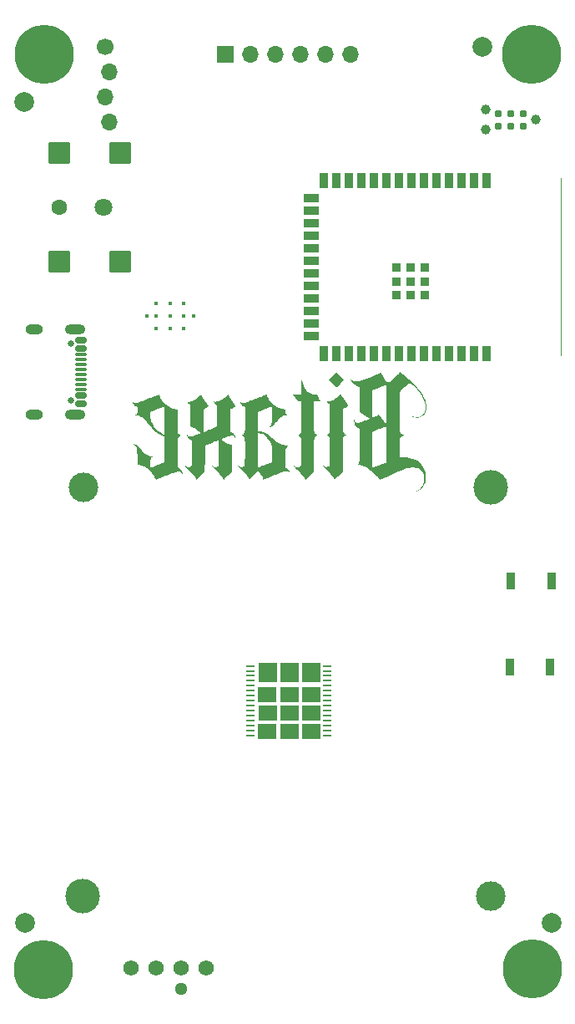
<source format=gbr>
%TF.GenerationSoftware,KiCad,Pcbnew,8.0.2*%
%TF.CreationDate,2024-07-03T14:27:07-04:00*%
%TF.ProjectId,bitaxeGamma,62697461-7865-4476-916d-6d612e6b6963,rev?*%
%TF.SameCoordinates,Original*%
%TF.FileFunction,Soldermask,Bot*%
%TF.FilePolarity,Negative*%
%FSLAX46Y46*%
G04 Gerber Fmt 4.6, Leading zero omitted, Abs format (unit mm)*
G04 Created by KiCad (PCBNEW 8.0.2) date 2024-07-03 14:27:07*
%MOMM*%
%LPD*%
G01*
G04 APERTURE LIST*
G04 Aperture macros list*
%AMRoundRect*
0 Rectangle with rounded corners*
0 $1 Rounding radius*
0 $2 $3 $4 $5 $6 $7 $8 $9 X,Y pos of 4 corners*
0 Add a 4 corners polygon primitive as box body*
4,1,4,$2,$3,$4,$5,$6,$7,$8,$9,$2,$3,0*
0 Add four circle primitives for the rounded corners*
1,1,$1+$1,$2,$3*
1,1,$1+$1,$4,$5*
1,1,$1+$1,$6,$7*
1,1,$1+$1,$8,$9*
0 Add four rect primitives between the rounded corners*
20,1,$1+$1,$2,$3,$4,$5,0*
20,1,$1+$1,$4,$5,$6,$7,0*
20,1,$1+$1,$6,$7,$8,$9,0*
20,1,$1+$1,$8,$9,$2,$3,0*%
G04 Aperture macros list end*
%ADD10C,0.120000*%
%ADD11C,0.000000*%
%ADD12RoundRect,0.055250X0.340750X0.055250X-0.340750X0.055250X-0.340750X-0.055250X0.340750X-0.055250X0*%
%ADD13C,3.000000*%
%ADD14C,0.800000*%
%ADD15C,6.000000*%
%ADD16R,1.700000X1.700000*%
%ADD17O,1.700000X1.700000*%
%ADD18C,3.500000*%
%ADD19C,0.400000*%
%ADD20C,1.295400*%
%ADD21C,1.574800*%
%ADD22C,1.700000*%
%ADD23C,2.000000*%
%ADD24C,0.650000*%
%ADD25RoundRect,0.150000X0.425000X-0.150000X0.425000X0.150000X-0.425000X0.150000X-0.425000X-0.150000X0*%
%ADD26RoundRect,0.075000X0.500000X-0.075000X0.500000X0.075000X-0.500000X0.075000X-0.500000X-0.075000X0*%
%ADD27O,1.800000X1.000000*%
%ADD28O,2.100000X1.000000*%
%ADD29R,0.900000X1.500000*%
%ADD30R,1.500000X0.900000*%
%ADD31R,0.900000X0.900000*%
%ADD32C,0.990600*%
%ADD33C,0.787400*%
%ADD34C,1.600000*%
%ADD35C,1.800000*%
%ADD36RoundRect,0.102000X1.000000X-1.000000X1.000000X1.000000X-1.000000X1.000000X-1.000000X-1.000000X0*%
%ADD37R,0.900000X1.800000*%
G04 APERTURE END LIST*
%TO.C,U8*%
D10*
X108720562Y-117056000D02*
X106940562Y-117056000D01*
X106940562Y-118496000D01*
X108720562Y-118496000D01*
X108720562Y-117056000D01*
G36*
X108720562Y-117056000D02*
G01*
X106940562Y-117056000D01*
X106940562Y-118496000D01*
X108720562Y-118496000D01*
X108720562Y-117056000D01*
G37*
X108710562Y-112746000D02*
X106930562Y-112746000D01*
X106930562Y-114626000D01*
X108710562Y-114626000D01*
X108710562Y-112746000D01*
G36*
X108710562Y-112746000D02*
G01*
X106930562Y-112746000D01*
X106930562Y-114626000D01*
X108710562Y-114626000D01*
X108710562Y-112746000D01*
G37*
X108710562Y-115216000D02*
X106930562Y-115216000D01*
X106930562Y-116656000D01*
X108710562Y-116656000D01*
X108710562Y-115216000D01*
G36*
X108710562Y-115216000D02*
G01*
X106930562Y-115216000D01*
X106930562Y-116656000D01*
X108710562Y-116656000D01*
X108710562Y-115216000D01*
G37*
X108710562Y-118926000D02*
X106930562Y-118926000D01*
X106930562Y-120366000D01*
X108710562Y-120366000D01*
X108710562Y-118926000D01*
G36*
X108710562Y-118926000D02*
G01*
X106930562Y-118926000D01*
X106930562Y-120366000D01*
X108710562Y-120366000D01*
X108710562Y-118926000D01*
G37*
X106510562Y-112736000D02*
X104730562Y-112736000D01*
X104730562Y-114606000D01*
X106510562Y-114606000D01*
X106510562Y-112736000D01*
G36*
X106510562Y-112736000D02*
G01*
X104730562Y-112736000D01*
X104730562Y-114606000D01*
X106510562Y-114606000D01*
X106510562Y-112736000D01*
G37*
X106510562Y-117046000D02*
X104730562Y-117046000D01*
X104730562Y-118486000D01*
X106510562Y-118486000D01*
X106510562Y-117046000D01*
G36*
X106510562Y-117046000D02*
G01*
X104730562Y-117046000D01*
X104730562Y-118486000D01*
X106510562Y-118486000D01*
X106510562Y-117046000D01*
G37*
X106500562Y-115206000D02*
X104720562Y-115206000D01*
X104720562Y-116646000D01*
X106500562Y-116646000D01*
X106500562Y-115206000D01*
G36*
X106500562Y-115206000D02*
G01*
X104720562Y-115206000D01*
X104720562Y-116646000D01*
X106500562Y-116646000D01*
X106500562Y-115206000D01*
G37*
X106500562Y-118916000D02*
X104720562Y-118916000D01*
X104720562Y-120356000D01*
X106500562Y-120356000D01*
X106500562Y-118916000D01*
G36*
X106500562Y-118916000D02*
G01*
X104720562Y-118916000D01*
X104720562Y-120356000D01*
X106500562Y-120356000D01*
X106500562Y-118916000D01*
G37*
X104300562Y-112726000D02*
X102520562Y-112726000D01*
X102520562Y-114596000D01*
X104300562Y-114596000D01*
X104300562Y-112726000D01*
G36*
X104300562Y-112726000D02*
G01*
X102520562Y-112726000D01*
X102520562Y-114596000D01*
X104300562Y-114596000D01*
X104300562Y-112726000D01*
G37*
X104300562Y-117046000D02*
X102520562Y-117046000D01*
X102520562Y-118486000D01*
X104300562Y-118486000D01*
X104300562Y-117046000D01*
G36*
X104300562Y-117046000D02*
G01*
X102520562Y-117046000D01*
X102520562Y-118486000D01*
X104300562Y-118486000D01*
X104300562Y-117046000D01*
G37*
X104290562Y-115206000D02*
X102510562Y-115206000D01*
X102510562Y-116646000D01*
X104290562Y-116646000D01*
X104290562Y-115206000D01*
G36*
X104290562Y-115206000D02*
G01*
X102510562Y-115206000D01*
X102510562Y-116646000D01*
X104290562Y-116646000D01*
X104290562Y-115206000D01*
G37*
X104290562Y-118916000D02*
X102510562Y-118916000D01*
X102510562Y-120356000D01*
X104290562Y-120356000D01*
X104290562Y-118916000D01*
G36*
X104290562Y-118916000D02*
G01*
X102510562Y-118916000D01*
X102510562Y-120356000D01*
X104290562Y-120356000D01*
X104290562Y-118916000D01*
G37*
%TO.C,U4*%
X133180000Y-81610000D02*
X133180000Y-63610000D01*
D11*
%TO.C,G\u002A\u002A\u002A*%
G36*
X110835225Y-83669191D02*
G01*
X111225774Y-84059740D01*
X110840646Y-84445290D01*
X110743775Y-84541920D01*
X110649131Y-84635592D01*
X110567917Y-84715197D01*
X110504115Y-84776859D01*
X110461707Y-84816699D01*
X110444677Y-84830841D01*
X110429633Y-84818501D01*
X110388808Y-84780268D01*
X110326321Y-84719953D01*
X110246154Y-84641434D01*
X110152289Y-84548587D01*
X110048708Y-84445290D01*
X109663579Y-84059740D01*
X110054128Y-83669191D01*
X110444677Y-83278642D01*
X110835225Y-83669191D01*
G37*
G36*
X106952962Y-84218195D02*
G01*
X107012788Y-84384727D01*
X107130174Y-84656382D01*
X107260097Y-84893409D01*
X107401616Y-85094547D01*
X107553792Y-85258537D01*
X107715685Y-85384116D01*
X107886356Y-85470027D01*
X107916657Y-85479077D01*
X107996489Y-85494470D01*
X108098933Y-85507422D01*
X108211773Y-85516200D01*
X108448024Y-85528872D01*
X108633717Y-85851383D01*
X108687239Y-85945026D01*
X108740061Y-86039000D01*
X108781920Y-86115205D01*
X108809482Y-86167559D01*
X108819410Y-86189981D01*
X108812654Y-86193248D01*
X108772106Y-86198329D01*
X108701063Y-86202393D01*
X108606604Y-86205090D01*
X108495806Y-86206067D01*
X108172203Y-86206067D01*
X108178046Y-87763614D01*
X108179056Y-88029567D01*
X108180108Y-88286071D01*
X108181182Y-88506491D01*
X108182369Y-88693760D01*
X108183761Y-88850811D01*
X108185446Y-88980576D01*
X108187518Y-89085988D01*
X108190065Y-89169980D01*
X108193180Y-89235484D01*
X108196952Y-89285434D01*
X108201474Y-89322762D01*
X108206835Y-89350400D01*
X108213126Y-89371282D01*
X108220439Y-89388341D01*
X108228864Y-89404508D01*
X108261787Y-89457864D01*
X108349332Y-89557893D01*
X108450475Y-89629877D01*
X108508694Y-89659932D01*
X108417585Y-89713326D01*
X108319765Y-89792653D01*
X108242377Y-89900266D01*
X108195128Y-90023485D01*
X108193591Y-90033321D01*
X108189824Y-90086905D01*
X108186397Y-90179408D01*
X108183334Y-90308844D01*
X108180661Y-90473224D01*
X108178401Y-90670562D01*
X108176578Y-90898870D01*
X108175218Y-91156162D01*
X108174344Y-91440449D01*
X108173980Y-91749745D01*
X108173471Y-93386531D01*
X107742630Y-93787538D01*
X107311790Y-94188545D01*
X107277386Y-94097910D01*
X107247290Y-94032073D01*
X107177868Y-93916154D01*
X107082976Y-93783702D01*
X106967059Y-93640128D01*
X106834561Y-93490847D01*
X106689927Y-93341272D01*
X106537600Y-93196816D01*
X106483754Y-93146978D01*
X106402109Y-93067371D01*
X106327474Y-92990122D01*
X106262576Y-92918696D01*
X106210143Y-92856560D01*
X106172904Y-92807181D01*
X106153586Y-92774024D01*
X106154918Y-92760556D01*
X106179628Y-92770243D01*
X106230444Y-92806551D01*
X106299366Y-92857410D01*
X106369454Y-92896819D01*
X106436950Y-92916253D01*
X106516137Y-92921454D01*
X106532152Y-92921097D01*
X106642284Y-92901731D01*
X106745371Y-92857661D01*
X106824867Y-92795630D01*
X106826684Y-92793536D01*
X106833773Y-92782700D01*
X106839814Y-92766544D01*
X106844873Y-92742039D01*
X106849018Y-92706155D01*
X106852314Y-92655863D01*
X106854829Y-92588133D01*
X106856628Y-92499937D01*
X106857778Y-92388244D01*
X106858346Y-92250025D01*
X106858398Y-92082251D01*
X106858000Y-91881892D01*
X106857219Y-91645920D01*
X106856122Y-91371304D01*
X106850337Y-89987937D01*
X106790861Y-89886750D01*
X106733692Y-89809469D01*
X106627929Y-89721251D01*
X106524473Y-89656939D01*
X106595168Y-89620671D01*
X106660367Y-89577358D01*
X106737556Y-89503287D01*
X106800898Y-89418954D01*
X106838416Y-89338263D01*
X106840403Y-89327806D01*
X106845101Y-89272011D01*
X106849184Y-89174805D01*
X106852651Y-89036374D01*
X106855498Y-88856905D01*
X106857723Y-88636583D01*
X106859323Y-88375593D01*
X106860296Y-88074124D01*
X106860639Y-87732359D01*
X106860755Y-86206067D01*
X106708307Y-86206067D01*
X106555859Y-86206067D01*
X106282673Y-85867470D01*
X106009487Y-85528872D01*
X106435121Y-85523240D01*
X106860755Y-85517608D01*
X106861024Y-84731444D01*
X106861292Y-83945279D01*
X106952962Y-84218195D01*
G37*
G36*
X110875684Y-85508401D02*
G01*
X110901173Y-85546235D01*
X110945271Y-85612062D01*
X111005209Y-85701741D01*
X111078222Y-85811131D01*
X111161542Y-85936090D01*
X111252402Y-86072478D01*
X111628268Y-86636921D01*
X111578013Y-86701135D01*
X111533263Y-86747758D01*
X111443903Y-86815237D01*
X111334780Y-86877924D01*
X111218190Y-86928062D01*
X111111453Y-86965971D01*
X111111453Y-88107771D01*
X111111446Y-88275760D01*
X111111559Y-88507622D01*
X111112114Y-88703489D01*
X111113445Y-88866832D01*
X111115885Y-89001120D01*
X111119767Y-89109823D01*
X111125425Y-89196412D01*
X111133192Y-89264355D01*
X111143400Y-89317123D01*
X111156384Y-89358185D01*
X111172477Y-89391011D01*
X111192011Y-89419071D01*
X111215321Y-89445835D01*
X111242739Y-89474772D01*
X111256864Y-89488805D01*
X111322178Y-89541654D01*
X111387734Y-89580913D01*
X111466066Y-89616790D01*
X111381498Y-89654924D01*
X111375494Y-89657712D01*
X111281872Y-89720387D01*
X111198671Y-89808646D01*
X111140101Y-89907615D01*
X111138050Y-89913353D01*
X111132956Y-89936914D01*
X111128511Y-89974168D01*
X111124674Y-90027659D01*
X111121401Y-90099929D01*
X111118649Y-90193524D01*
X111116374Y-90310985D01*
X111114534Y-90454858D01*
X111113085Y-90627686D01*
X111111983Y-90832012D01*
X111111187Y-91070380D01*
X111110652Y-91345334D01*
X111110335Y-91659417D01*
X111109217Y-93342654D01*
X110688391Y-93742728D01*
X110674494Y-93755934D01*
X110565705Y-93858938D01*
X110467267Y-93951493D01*
X110383136Y-94029930D01*
X110317265Y-94090579D01*
X110273609Y-94129771D01*
X110256123Y-94143836D01*
X110253726Y-94142893D01*
X110237968Y-94118544D01*
X110218096Y-94071351D01*
X110201334Y-94030446D01*
X110153397Y-93941437D01*
X110083781Y-93838666D01*
X109990413Y-93719559D01*
X109871219Y-93581541D01*
X109724123Y-93422036D01*
X109547051Y-93238470D01*
X109543132Y-93234475D01*
X109396872Y-93084228D01*
X109277197Y-92958886D01*
X109184596Y-92859026D01*
X109119552Y-92785223D01*
X109082554Y-92738053D01*
X109074086Y-92718092D01*
X109094636Y-92725916D01*
X109144690Y-92762100D01*
X109161332Y-92775007D01*
X109222126Y-92820072D01*
X109267670Y-92847117D01*
X109311821Y-92863145D01*
X109368432Y-92875156D01*
X109424247Y-92880245D01*
X109532354Y-92868158D01*
X109635541Y-92832791D01*
X109716601Y-92778902D01*
X109777901Y-92720173D01*
X109777784Y-91364474D01*
X109777450Y-91061641D01*
X109776407Y-90777058D01*
X109774652Y-90533703D01*
X109772182Y-90331350D01*
X109768993Y-90169770D01*
X109765081Y-90048738D01*
X109760444Y-89968026D01*
X109755076Y-89927406D01*
X109729641Y-89873164D01*
X109684106Y-89807892D01*
X109627056Y-89741021D01*
X109567001Y-89681715D01*
X109512452Y-89639140D01*
X109471918Y-89622460D01*
X109461738Y-89621456D01*
X109460241Y-89611288D01*
X109496605Y-89588775D01*
X109590651Y-89524440D01*
X109677420Y-89436473D01*
X109738314Y-89341998D01*
X109739156Y-89340168D01*
X109746794Y-89321373D01*
X109753334Y-89298885D01*
X109758862Y-89269539D01*
X109763465Y-89230169D01*
X109767229Y-89177612D01*
X109770239Y-89108701D01*
X109772582Y-89020272D01*
X109774344Y-88909160D01*
X109775610Y-88772200D01*
X109776467Y-88606226D01*
X109777001Y-88408073D01*
X109777298Y-88174578D01*
X109777443Y-87902574D01*
X109777901Y-86546497D01*
X109723429Y-86517344D01*
X109717003Y-86513566D01*
X109670874Y-86477206D01*
X109611948Y-86421367D01*
X109551012Y-86357292D01*
X109498855Y-86296221D01*
X109466268Y-86249396D01*
X109462396Y-86239552D01*
X109467939Y-86227474D01*
X109494743Y-86220368D01*
X109549610Y-86216913D01*
X109639339Y-86215787D01*
X109644743Y-86215764D01*
X109745420Y-86213103D01*
X109821565Y-86204306D01*
X109889472Y-86186406D01*
X109965431Y-86156439D01*
X110083913Y-86098122D01*
X110261573Y-85989272D01*
X110451696Y-85850389D01*
X110649303Y-85684906D01*
X110675153Y-85662002D01*
X110750198Y-85596617D01*
X110811604Y-85544759D01*
X110853607Y-85511228D01*
X110870442Y-85500822D01*
X110875684Y-85508401D01*
G37*
G36*
X94321726Y-88203688D02*
G01*
X94327450Y-89345307D01*
X94390708Y-89447836D01*
X94449755Y-89524977D01*
X94562645Y-89615543D01*
X94671323Y-89680721D01*
X94606011Y-89707774D01*
X94543402Y-89739855D01*
X94442182Y-89826730D01*
X94366349Y-89945412D01*
X94317438Y-90050447D01*
X94317235Y-91492995D01*
X94317031Y-92935544D01*
X94374332Y-92949316D01*
X94504813Y-92999651D01*
X94623731Y-93085425D01*
X94720321Y-93199404D01*
X94789662Y-93335721D01*
X94826830Y-93488511D01*
X94839564Y-93592695D01*
X94798954Y-93519767D01*
X94767864Y-93468659D01*
X94696223Y-93385706D01*
X94612548Y-93336540D01*
X94509179Y-93315767D01*
X94396328Y-93317778D01*
X94279739Y-93339423D01*
X94277012Y-93340249D01*
X94230067Y-93356189D01*
X94151537Y-93384567D01*
X94045832Y-93423686D01*
X93917364Y-93471846D01*
X93770541Y-93527347D01*
X93609773Y-93588491D01*
X93439472Y-93653579D01*
X93264047Y-93720910D01*
X93087908Y-93788787D01*
X92915465Y-93855510D01*
X92751128Y-93919380D01*
X92599308Y-93978697D01*
X92464414Y-94031763D01*
X92350857Y-94076879D01*
X92263046Y-94112345D01*
X92205393Y-94136462D01*
X92182306Y-94147531D01*
X92156950Y-94162429D01*
X92123410Y-94161789D01*
X92108335Y-94137849D01*
X92107708Y-94130648D01*
X92092011Y-94080784D01*
X92058316Y-94005401D01*
X92010789Y-93911903D01*
X91953592Y-93807696D01*
X91890888Y-93700184D01*
X91826843Y-93596772D01*
X91765618Y-93504865D01*
X91711378Y-93431868D01*
X91633746Y-93341345D01*
X91428675Y-93144290D01*
X91199837Y-92976294D01*
X90952588Y-92840495D01*
X90692285Y-92740029D01*
X90424283Y-92678034D01*
X90264283Y-92653320D01*
X90251592Y-91883221D01*
X90250405Y-91812732D01*
X90246370Y-91603183D01*
X90241813Y-91429431D01*
X90236204Y-91286956D01*
X90229012Y-91171235D01*
X90219709Y-91077750D01*
X90207764Y-91001978D01*
X90192648Y-90939400D01*
X90173831Y-90885494D01*
X90150784Y-90835740D01*
X90122975Y-90785617D01*
X90120847Y-90782042D01*
X90055158Y-90699440D01*
X89968535Y-90624924D01*
X89878803Y-90573944D01*
X89873811Y-90570360D01*
X89893019Y-90568784D01*
X89941313Y-90573315D01*
X90042375Y-90597494D01*
X90160102Y-90644707D01*
X90275032Y-90706919D01*
X90371015Y-90776491D01*
X90398820Y-90803695D01*
X90454315Y-90864996D01*
X90523987Y-90947126D01*
X90601656Y-91042752D01*
X90681141Y-91144537D01*
X90734840Y-91213508D01*
X90818912Y-91317242D01*
X90899591Y-91412229D01*
X90969785Y-91490190D01*
X91022398Y-91542845D01*
X91062638Y-91577211D01*
X91215232Y-91682141D01*
X91381116Y-91762486D01*
X91549910Y-91813887D01*
X91711234Y-91831990D01*
X91805458Y-91831990D01*
X91727919Y-91884679D01*
X91726511Y-91885637D01*
X91680191Y-91919536D01*
X91644507Y-91954123D01*
X91617967Y-91995254D01*
X91599082Y-92048782D01*
X91586361Y-92120563D01*
X91578314Y-92216452D01*
X91573451Y-92342305D01*
X91570280Y-92503975D01*
X91570271Y-92504579D01*
X91568454Y-92654882D01*
X91568425Y-92767967D01*
X91570389Y-92848244D01*
X91574549Y-92900125D01*
X91581111Y-92928019D01*
X91590277Y-92936337D01*
X91591076Y-92936279D01*
X91620124Y-92927830D01*
X91682001Y-92906515D01*
X91771195Y-92874430D01*
X91882191Y-92833666D01*
X92009476Y-92786318D01*
X92147538Y-92734478D01*
X92290864Y-92680241D01*
X92433940Y-92625699D01*
X92571254Y-92572945D01*
X92697292Y-92524073D01*
X92806541Y-92481175D01*
X92893488Y-92446347D01*
X92952621Y-92421679D01*
X92978425Y-92409267D01*
X92980554Y-92406582D01*
X92985763Y-92388149D01*
X92990120Y-92351420D01*
X92993668Y-92293796D01*
X92996447Y-92212681D01*
X92998497Y-92105477D01*
X92999861Y-91969587D01*
X93000578Y-91802416D01*
X93000690Y-91601364D01*
X93000238Y-91363836D01*
X92999262Y-91087234D01*
X92993897Y-89785247D01*
X92845552Y-89747576D01*
X92795197Y-89733623D01*
X92584188Y-89650458D01*
X92373511Y-89528486D01*
X92166508Y-89369879D01*
X91966522Y-89176806D01*
X91954304Y-89163562D01*
X91894802Y-89097043D01*
X91816697Y-89007551D01*
X91726200Y-88902295D01*
X91629520Y-88788485D01*
X91532865Y-88673329D01*
X91411974Y-88529984D01*
X91249584Y-88344170D01*
X91104594Y-88187826D01*
X90973619Y-88057822D01*
X90853274Y-87951029D01*
X90740175Y-87864315D01*
X90630938Y-87794552D01*
X90522177Y-87738608D01*
X90514875Y-87735308D01*
X90404294Y-87692014D01*
X90286919Y-87656257D01*
X90177336Y-87631939D01*
X90090130Y-87622966D01*
X90018498Y-87622966D01*
X90056588Y-87597653D01*
X91567307Y-87597653D01*
X91567708Y-87650108D01*
X91576720Y-87862890D01*
X91599702Y-88047668D01*
X91639589Y-88214539D01*
X91699311Y-88373600D01*
X91781803Y-88534948D01*
X91889995Y-88708680D01*
X91917006Y-88748242D01*
X92050892Y-88921724D01*
X92203075Y-89088150D01*
X92366516Y-89241311D01*
X92534179Y-89374999D01*
X92699026Y-89483007D01*
X92854021Y-89559125D01*
X92900901Y-89576869D01*
X92955065Y-89595307D01*
X92984250Y-89602457D01*
X92987222Y-89592193D01*
X92991070Y-89543051D01*
X92994468Y-89454586D01*
X92997396Y-89328175D01*
X92999836Y-89165195D01*
X93001767Y-88967024D01*
X93003170Y-88735040D01*
X93004026Y-88470619D01*
X93004316Y-88175140D01*
X93004259Y-88026074D01*
X93003937Y-87793751D01*
X93003352Y-87576138D01*
X93002527Y-87376604D01*
X93001489Y-87198520D01*
X93000260Y-87045257D01*
X92998866Y-86920185D01*
X92997331Y-86826675D01*
X92995680Y-86768097D01*
X92993937Y-86747822D01*
X92991503Y-86748422D01*
X92959821Y-86759684D01*
X92896275Y-86783599D01*
X92806237Y-86818064D01*
X92695077Y-86860979D01*
X92568166Y-86910239D01*
X92430874Y-86963742D01*
X92288571Y-87019386D01*
X92146628Y-87075069D01*
X92010417Y-87128688D01*
X91885306Y-87178140D01*
X91776668Y-87221323D01*
X91689872Y-87256135D01*
X91630289Y-87280473D01*
X91603290Y-87292234D01*
X91594124Y-87298428D01*
X91582050Y-87315882D01*
X91574136Y-87347708D01*
X91569576Y-87400731D01*
X91567568Y-87481772D01*
X91567307Y-87597653D01*
X90056588Y-87597653D01*
X90089298Y-87575915D01*
X90109228Y-87560563D01*
X90163325Y-87502836D01*
X90206982Y-87436061D01*
X90217845Y-87413574D01*
X90233814Y-87371933D01*
X90244274Y-87324765D01*
X90250353Y-87263036D01*
X90253174Y-87177714D01*
X90253865Y-87059764D01*
X90253865Y-86776270D01*
X90143230Y-86741395D01*
X90058403Y-86706242D01*
X89939051Y-86622638D01*
X89843108Y-86510508D01*
X89775444Y-86376095D01*
X89740927Y-86225641D01*
X89729100Y-86112301D01*
X89775716Y-86202561D01*
X89838802Y-86289077D01*
X89932429Y-86361967D01*
X90039340Y-86403558D01*
X90070304Y-86406574D01*
X90146405Y-86401553D01*
X90233759Y-86384628D01*
X90243350Y-86381914D01*
X90296052Y-86364473D01*
X90379854Y-86334744D01*
X90490374Y-86294407D01*
X90623228Y-86245146D01*
X90774034Y-86188642D01*
X90938409Y-86126576D01*
X91111969Y-86060630D01*
X91290333Y-85992487D01*
X91469118Y-85923827D01*
X91643940Y-85856333D01*
X91810416Y-85791686D01*
X91964165Y-85731569D01*
X92100803Y-85677662D01*
X92215947Y-85631648D01*
X92305215Y-85595208D01*
X92364223Y-85570025D01*
X92388590Y-85557779D01*
X92414471Y-85541528D01*
X92448806Y-85549415D01*
X92472066Y-85595165D01*
X92475889Y-85607757D01*
X92497208Y-85662159D01*
X92530356Y-85736720D01*
X92569968Y-85819160D01*
X92595756Y-85869606D01*
X92758633Y-86140535D01*
X92945653Y-86377530D01*
X93156687Y-86580498D01*
X93391607Y-86749341D01*
X93650281Y-86883965D01*
X93932582Y-86984274D01*
X94238379Y-87050172D01*
X94316002Y-87062069D01*
X94321583Y-88175140D01*
X94321726Y-88203688D01*
G37*
G36*
X105245907Y-92057041D02*
G01*
X105245907Y-92917613D01*
X105370928Y-92967812D01*
X105430008Y-92995089D01*
X105554364Y-93083226D01*
X105649593Y-93200838D01*
X105714408Y-93346505D01*
X105734620Y-93417897D01*
X105750000Y-93484787D01*
X105755573Y-93527171D01*
X105753328Y-93550543D01*
X105743744Y-93547509D01*
X105721785Y-93509348D01*
X105693905Y-93462287D01*
X105611304Y-93368746D01*
X105512841Y-93310573D01*
X105402588Y-93290562D01*
X105354520Y-93295517D01*
X105280084Y-93309868D01*
X105198761Y-93330325D01*
X105196858Y-93330871D01*
X105147588Y-93346997D01*
X105066904Y-93375570D01*
X104959208Y-93414896D01*
X104828901Y-93463281D01*
X104680384Y-93519031D01*
X104518060Y-93580452D01*
X104346329Y-93645850D01*
X104169594Y-93713530D01*
X103992255Y-93781799D01*
X103818714Y-93848961D01*
X103653373Y-93913324D01*
X103500633Y-93973193D01*
X103364896Y-94026874D01*
X103250563Y-94072673D01*
X103162036Y-94108895D01*
X103103716Y-94133846D01*
X103080005Y-94145833D01*
X103066191Y-94157840D01*
X103049936Y-94160477D01*
X103033194Y-94141356D01*
X103011533Y-94094620D01*
X102980518Y-94014414D01*
X102957215Y-93956363D01*
X102865871Y-93771175D01*
X102749948Y-93583181D01*
X102617823Y-93406421D01*
X102498437Y-93261820D01*
X102054938Y-93718972D01*
X102010996Y-93764104D01*
X101902447Y-93874102D01*
X101806275Y-93969421D01*
X101725747Y-94046955D01*
X101664126Y-94103597D01*
X101624678Y-94136240D01*
X101610667Y-94141776D01*
X101610188Y-94135996D01*
X101594021Y-94084945D01*
X101558675Y-94011146D01*
X101509185Y-93923607D01*
X101450586Y-93831333D01*
X101387913Y-93743331D01*
X101356524Y-93704912D01*
X101294815Y-93634712D01*
X101213091Y-93545222D01*
X101116602Y-93442104D01*
X101010600Y-93331021D01*
X100900335Y-93217634D01*
X100861484Y-93178017D01*
X100728732Y-93041405D01*
X100625077Y-92932341D01*
X100549720Y-92849813D01*
X100501860Y-92792811D01*
X100480696Y-92760325D01*
X100485428Y-92751343D01*
X100515255Y-92764856D01*
X100569376Y-92799853D01*
X100621986Y-92833797D01*
X100684304Y-92868648D01*
X100728345Y-92887115D01*
X100754000Y-92891983D01*
X100854280Y-92890795D01*
X100963060Y-92865032D01*
X101063798Y-92818099D01*
X101161904Y-92757447D01*
X101167267Y-91417164D01*
X101167527Y-91347696D01*
X101168186Y-91059654D01*
X101168058Y-90802734D01*
X101167160Y-90578444D01*
X101165509Y-90388289D01*
X101163121Y-90233776D01*
X101160012Y-90116412D01*
X101156200Y-90037703D01*
X101151701Y-89999156D01*
X101146978Y-89983090D01*
X101093056Y-89872002D01*
X101011135Y-89775451D01*
X100912147Y-89706778D01*
X100814920Y-89659712D01*
X100895809Y-89623496D01*
X100952938Y-89589809D01*
X101035424Y-89515822D01*
X101065003Y-89477437D01*
X102485038Y-89477437D01*
X102485038Y-91206887D01*
X102485101Y-91363235D01*
X102485493Y-91620762D01*
X102486217Y-91864144D01*
X102487246Y-92090323D01*
X102488553Y-92296239D01*
X102490109Y-92478834D01*
X102491887Y-92635049D01*
X102493859Y-92761825D01*
X102495998Y-92856105D01*
X102498276Y-92914828D01*
X102500665Y-92934936D01*
X102519082Y-92928771D01*
X102572479Y-92909080D01*
X102656175Y-92877532D01*
X102765668Y-92835843D01*
X102896456Y-92785727D01*
X103044036Y-92728899D01*
X103203906Y-92667074D01*
X103891518Y-92400612D01*
X103896970Y-91570235D01*
X103898110Y-91398476D01*
X103899062Y-91211383D01*
X103898896Y-91057340D01*
X103897027Y-90931497D01*
X103892866Y-90829007D01*
X103885829Y-90745021D01*
X103875328Y-90674692D01*
X103860777Y-90613171D01*
X103841589Y-90555610D01*
X103817178Y-90497162D01*
X103786957Y-90432977D01*
X103750340Y-90358209D01*
X103710480Y-90281669D01*
X103588173Y-90089899D01*
X103445758Y-89917878D01*
X103287874Y-89769139D01*
X103119161Y-89647217D01*
X102944256Y-89555645D01*
X102767800Y-89497956D01*
X102594431Y-89477684D01*
X102485038Y-89477437D01*
X101065003Y-89477437D01*
X101104781Y-89425817D01*
X101148140Y-89334529D01*
X101150874Y-89322142D01*
X101156156Y-89274719D01*
X101160633Y-89197578D01*
X101164335Y-89089011D01*
X101167294Y-88947312D01*
X101169541Y-88770773D01*
X101171107Y-88557687D01*
X101172024Y-88306346D01*
X101172322Y-88015043D01*
X101172322Y-86776270D01*
X101061688Y-86741395D01*
X100976861Y-86706242D01*
X100857509Y-86622638D01*
X100761566Y-86510508D01*
X100693901Y-86376095D01*
X100659385Y-86225641D01*
X100647558Y-86112301D01*
X100694174Y-86202561D01*
X100757393Y-86289208D01*
X100850913Y-86361994D01*
X100957591Y-86403513D01*
X100983192Y-86406375D01*
X101061203Y-86401151D01*
X101155540Y-86381207D01*
X101170133Y-86376746D01*
X101228147Y-86356820D01*
X101318109Y-86324409D01*
X101435294Y-86281315D01*
X101574974Y-86229342D01*
X101732423Y-86170292D01*
X101902914Y-86105966D01*
X102081721Y-86038168D01*
X102264115Y-85968700D01*
X102445372Y-85899364D01*
X102620763Y-85831963D01*
X102785563Y-85768298D01*
X102935043Y-85710173D01*
X103064479Y-85659390D01*
X103169142Y-85617751D01*
X103244306Y-85587059D01*
X103285245Y-85569115D01*
X103316302Y-85554335D01*
X103356014Y-85542142D01*
X103376900Y-85554798D01*
X103390524Y-85595165D01*
X103408235Y-85646507D01*
X103445078Y-85729953D01*
X103494694Y-85830182D01*
X103551983Y-85937350D01*
X103611849Y-86041616D01*
X103669192Y-86133138D01*
X103677407Y-86145375D01*
X103819863Y-86327650D01*
X103991568Y-86501823D01*
X104182778Y-86659787D01*
X104383750Y-86793439D01*
X104584739Y-86894673D01*
X104686352Y-86932559D01*
X104838590Y-86979085D01*
X105001368Y-87019755D01*
X105157351Y-87049874D01*
X105235489Y-87062262D01*
X105235832Y-87212384D01*
X105238365Y-87275518D01*
X105263321Y-87400449D01*
X105316628Y-87498900D01*
X105400372Y-87575467D01*
X105470856Y-87622966D01*
X105389637Y-87623274D01*
X105342452Y-87626378D01*
X105260955Y-87637788D01*
X105176626Y-87654651D01*
X105168801Y-87656518D01*
X105045374Y-87693013D01*
X104931246Y-87742438D01*
X104821443Y-87808680D01*
X104710993Y-87895628D01*
X104594922Y-88007171D01*
X104468254Y-88147195D01*
X104326018Y-88319590D01*
X104282507Y-88373427D01*
X104152540Y-88524765D01*
X104035793Y-88643604D01*
X103927727Y-88733388D01*
X103823802Y-88797564D01*
X103719480Y-88839575D01*
X103610222Y-88862866D01*
X103516457Y-88875353D01*
X103578967Y-88840531D01*
X103614314Y-88819059D01*
X103722445Y-88727057D01*
X103801212Y-88615712D01*
X103817538Y-88582297D01*
X103839986Y-88527551D01*
X103858492Y-88466967D01*
X103873521Y-88396066D01*
X103885538Y-88310368D01*
X103895008Y-88205395D01*
X103902396Y-88076666D01*
X103908168Y-87919703D01*
X103912789Y-87730026D01*
X103916722Y-87503155D01*
X103918938Y-87331049D01*
X103920220Y-87172141D01*
X103920579Y-87031738D01*
X103920037Y-86914473D01*
X103918615Y-86824977D01*
X103916334Y-86767883D01*
X103913217Y-86747822D01*
X103911509Y-86748169D01*
X103881561Y-86758513D01*
X103819409Y-86781673D01*
X103730439Y-86815544D01*
X103620033Y-86858017D01*
X103493574Y-86906988D01*
X103356446Y-86960350D01*
X103214031Y-87015995D01*
X103071713Y-87071817D01*
X102934875Y-87125710D01*
X102808900Y-87175568D01*
X102699172Y-87219283D01*
X102611073Y-87254749D01*
X102549987Y-87279860D01*
X102521297Y-87292509D01*
X102520880Y-87292735D01*
X102512403Y-87299608D01*
X102505397Y-87312441D01*
X102499752Y-87334805D01*
X102495353Y-87370271D01*
X102492090Y-87422410D01*
X102489848Y-87494794D01*
X102488517Y-87590994D01*
X102487983Y-87714581D01*
X102488134Y-87869126D01*
X102488858Y-88058200D01*
X102490041Y-88285376D01*
X102495456Y-89258651D01*
X102682987Y-89271588D01*
X102787792Y-89282177D01*
X102905062Y-89304056D01*
X103019997Y-89338459D01*
X103137092Y-89387853D01*
X103260844Y-89454704D01*
X103395750Y-89541480D01*
X103546306Y-89650647D01*
X103717009Y-89784672D01*
X103912355Y-89946021D01*
X104063378Y-90070861D01*
X104258942Y-90224002D01*
X104436714Y-90350755D01*
X104602421Y-90453993D01*
X104761789Y-90536591D01*
X104920541Y-90601423D01*
X105084404Y-90651362D01*
X105259103Y-90689283D01*
X105450363Y-90718060D01*
X105550635Y-90730584D01*
X105464210Y-90824345D01*
X105416622Y-90883718D01*
X105359239Y-90970458D01*
X105311846Y-91057287D01*
X105245907Y-91196469D01*
X105245907Y-91211383D01*
X105245907Y-92057041D01*
G37*
G36*
X96706501Y-85545981D02*
G01*
X96733746Y-85582419D01*
X96779421Y-85646962D01*
X96840714Y-85735534D01*
X96914811Y-85844058D01*
X96998900Y-85968457D01*
X97090168Y-86104653D01*
X97097526Y-86115680D01*
X97199815Y-86269346D01*
X97281048Y-86392518D01*
X97343387Y-86488969D01*
X97388996Y-86562474D01*
X97420041Y-86616805D01*
X97438685Y-86655736D01*
X97447092Y-86683040D01*
X97447426Y-86702490D01*
X97441852Y-86717861D01*
X97403760Y-86765286D01*
X97336242Y-86823661D01*
X97250643Y-86883879D01*
X97157364Y-86938652D01*
X97066802Y-86980692D01*
X96942462Y-87028906D01*
X96942462Y-88190661D01*
X96942504Y-88337706D01*
X96942711Y-88545010D01*
X96943077Y-88736786D01*
X96943586Y-88909299D01*
X96944219Y-89058812D01*
X96944961Y-89181593D01*
X96945795Y-89273905D01*
X96946704Y-89332013D01*
X96947671Y-89352183D01*
X96947698Y-89352180D01*
X96968225Y-89344530D01*
X97023120Y-89323347D01*
X97108047Y-89290323D01*
X97218668Y-89247151D01*
X97350647Y-89195523D01*
X97499647Y-89137132D01*
X97661330Y-89073671D01*
X98369779Y-88795393D01*
X98362012Y-87708027D01*
X98354244Y-86620662D01*
X98177209Y-86443627D01*
X98175209Y-86441626D01*
X98107799Y-86372952D01*
X98053813Y-86315646D01*
X98018693Y-86275644D01*
X98007881Y-86258886D01*
X98016822Y-86257395D01*
X98057030Y-86260608D01*
X98116841Y-86270096D01*
X98188347Y-86277931D01*
X98338102Y-86265427D01*
X98503088Y-86218008D01*
X98680623Y-86136997D01*
X98868029Y-86023716D01*
X99062626Y-85879484D01*
X99261732Y-85705624D01*
X99334897Y-85639603D01*
X99396864Y-85588785D01*
X99441359Y-85558013D01*
X99462319Y-85551933D01*
X99463756Y-85553759D01*
X99483075Y-85581451D01*
X99521185Y-85637535D01*
X99574657Y-85716869D01*
X99640060Y-85814309D01*
X99713966Y-85924713D01*
X99792943Y-86042938D01*
X99873563Y-86163841D01*
X99952394Y-86282279D01*
X100026007Y-86393110D01*
X100090971Y-86491190D01*
X100143858Y-86571378D01*
X100181237Y-86628529D01*
X100199677Y-86657502D01*
X100202687Y-86677535D01*
X100181029Y-86721509D01*
X100132175Y-86775372D01*
X100062480Y-86833989D01*
X99978298Y-86892226D01*
X99885982Y-86944948D01*
X99791888Y-86987021D01*
X99692913Y-87024362D01*
X99692913Y-88177971D01*
X99692913Y-88202922D01*
X99692989Y-88447975D01*
X99693264Y-88654867D01*
X99693841Y-88826811D01*
X99694822Y-88967021D01*
X99696308Y-89078709D01*
X99698400Y-89165087D01*
X99701201Y-89229369D01*
X99704811Y-89274768D01*
X99709332Y-89304496D01*
X99714866Y-89321766D01*
X99721514Y-89329790D01*
X99729377Y-89331783D01*
X99758104Y-89335512D01*
X99830765Y-89361581D01*
X99912972Y-89406164D01*
X99991721Y-89461696D01*
X100054008Y-89520613D01*
X100062167Y-89530468D01*
X100125193Y-89629410D01*
X100172661Y-89744429D01*
X100175591Y-89753963D01*
X100202672Y-89850092D01*
X100213384Y-89908414D01*
X100207608Y-89929456D01*
X100185224Y-89913747D01*
X100146112Y-89861816D01*
X100099776Y-89801503D01*
X100017517Y-89730768D01*
X99923233Y-89694737D01*
X99811097Y-89691652D01*
X99675283Y-89719754D01*
X99658101Y-89724970D01*
X99592826Y-89746835D01*
X99504354Y-89778285D01*
X99399613Y-89816671D01*
X99285531Y-89859345D01*
X99169038Y-89903657D01*
X99057061Y-89946958D01*
X98956530Y-89986601D01*
X98874373Y-90019936D01*
X98817519Y-90044314D01*
X98792896Y-90057087D01*
X98794223Y-90064982D01*
X98820552Y-90093977D01*
X98871986Y-90138478D01*
X98942306Y-90193903D01*
X99025294Y-90255672D01*
X99114729Y-90319201D01*
X99204392Y-90379909D01*
X99288064Y-90433214D01*
X99359525Y-90474534D01*
X99365144Y-90477509D01*
X99462868Y-90523448D01*
X99569044Y-90565033D01*
X99661658Y-90593591D01*
X99666067Y-90594667D01*
X99741312Y-90613106D01*
X99801360Y-90627954D01*
X99833561Y-90636083D01*
X99836707Y-90639436D01*
X99841704Y-90658717D01*
X99845973Y-90697180D01*
X99849559Y-90757325D01*
X99852512Y-90841650D01*
X99854880Y-90952654D01*
X99856709Y-91092836D01*
X99858049Y-91264694D01*
X99858946Y-91470729D01*
X99859450Y-91713438D01*
X99859607Y-91995320D01*
X99859607Y-93347654D01*
X99427244Y-93755422D01*
X99404238Y-93777116D01*
X99294849Y-93880180D01*
X99196559Y-93972643D01*
X99113209Y-94050904D01*
X99048639Y-94111360D01*
X99006690Y-94150408D01*
X98991200Y-94164448D01*
X98983944Y-94152795D01*
X98963748Y-94112367D01*
X98935831Y-94052805D01*
X98927664Y-94035265D01*
X98883562Y-93950046D01*
X98830779Y-93864455D01*
X98765619Y-93773887D01*
X98684386Y-93673735D01*
X98583382Y-93559395D01*
X98458911Y-93426260D01*
X98307276Y-93269726D01*
X98305399Y-93267810D01*
X98157582Y-93115980D01*
X98038670Y-92991444D01*
X97947409Y-92892768D01*
X97882544Y-92818517D01*
X97842823Y-92767257D01*
X97826990Y-92737553D01*
X97833794Y-92727970D01*
X97857596Y-92740102D01*
X97892514Y-92772586D01*
X97916248Y-92795183D01*
X97994394Y-92844432D01*
X98087213Y-92880163D01*
X98175683Y-92894206D01*
X98247284Y-92888511D01*
X98343301Y-92858010D01*
X98447917Y-92796900D01*
X98526055Y-92743139D01*
X98526055Y-91452690D01*
X98526019Y-91221891D01*
X98525836Y-90991437D01*
X98525421Y-90797043D01*
X98524687Y-90635699D01*
X98523549Y-90504396D01*
X98521921Y-90400123D01*
X98519717Y-90319872D01*
X98516852Y-90260631D01*
X98513238Y-90219392D01*
X98508791Y-90193146D01*
X98503425Y-90178881D01*
X98497053Y-90173589D01*
X98489591Y-90174259D01*
X98471920Y-90180672D01*
X98417968Y-90200893D01*
X98333520Y-90232837D01*
X98223354Y-90274688D01*
X98092251Y-90324627D01*
X97944990Y-90380840D01*
X97786350Y-90441511D01*
X97119574Y-90696744D01*
X97109156Y-92030574D01*
X97098737Y-93364404D01*
X96673016Y-93762351D01*
X96247294Y-94160299D01*
X96170263Y-94006964D01*
X96142674Y-93954637D01*
X96093816Y-93872976D01*
X96034864Y-93787659D01*
X95962404Y-93694573D01*
X95873024Y-93589607D01*
X95763314Y-93468650D01*
X95629859Y-93327592D01*
X95469249Y-93162319D01*
X95374914Y-93065374D01*
X95281923Y-92968131D01*
X95202872Y-92883678D01*
X95141624Y-92816203D01*
X95102043Y-92769895D01*
X95087991Y-92748941D01*
X95090868Y-92744264D01*
X95115019Y-92752041D01*
X95155710Y-92781367D01*
X95165367Y-92789255D01*
X95229267Y-92833723D01*
X95290480Y-92866566D01*
X95316736Y-92876166D01*
X95430229Y-92892950D01*
X95549155Y-92878166D01*
X95660118Y-92834757D01*
X95749721Y-92765667D01*
X95796766Y-92714519D01*
X95791394Y-91446728D01*
X95786022Y-90178937D01*
X95692257Y-90148066D01*
X95630330Y-90124001D01*
X95501543Y-90046464D01*
X95397330Y-89943431D01*
X95323210Y-89821157D01*
X95284699Y-89685901D01*
X95281411Y-89662346D01*
X95271258Y-89596642D01*
X95262743Y-89550365D01*
X95263870Y-89541935D01*
X95278975Y-89560050D01*
X95305553Y-89605670D01*
X95324570Y-89638094D01*
X95370170Y-89701605D01*
X95413066Y-89746248D01*
X95430694Y-89758928D01*
X95514043Y-89799520D01*
X95605620Y-89821644D01*
X95686267Y-89820117D01*
X95709181Y-89813143D01*
X95766534Y-89793254D01*
X95849794Y-89763222D01*
X95952460Y-89725498D01*
X96068028Y-89682535D01*
X96189997Y-89636783D01*
X96311864Y-89590693D01*
X96427125Y-89546717D01*
X96529280Y-89507305D01*
X96611824Y-89474909D01*
X96668255Y-89451981D01*
X96692072Y-89440971D01*
X96687231Y-89429777D01*
X96658014Y-89398671D01*
X96610349Y-89356238D01*
X96489318Y-89256395D01*
X96336170Y-89135564D01*
X96203754Y-89039220D01*
X96087095Y-88964239D01*
X95981218Y-88907500D01*
X95881149Y-88865880D01*
X95781913Y-88836256D01*
X95636105Y-88800461D01*
X95624307Y-87697840D01*
X95621954Y-87482338D01*
X95619482Y-87273333D01*
X95617086Y-87099696D01*
X95614616Y-86958072D01*
X95611923Y-86845104D01*
X95608856Y-86757438D01*
X95605267Y-86691718D01*
X95601005Y-86644589D01*
X95595922Y-86612695D01*
X95589867Y-86592680D01*
X95582692Y-86581189D01*
X95574245Y-86574866D01*
X95550190Y-86558265D01*
X95498780Y-86513511D01*
X95437647Y-86453974D01*
X95376874Y-86389999D01*
X95326543Y-86331933D01*
X95296738Y-86290123D01*
X95284758Y-86266055D01*
X95286841Y-86251655D01*
X95320616Y-86260230D01*
X95353148Y-86266914D01*
X95419803Y-86272800D01*
X95496967Y-86274010D01*
X95607121Y-86261676D01*
X95768216Y-86214805D01*
X95941656Y-86135294D01*
X96123220Y-86025472D01*
X96308692Y-85887663D01*
X96493853Y-85724195D01*
X96505163Y-85713404D01*
X96577511Y-85645392D01*
X96638159Y-85590075D01*
X96681035Y-85552894D01*
X96700072Y-85539291D01*
X96706501Y-85545981D01*
G37*
G36*
X117551978Y-84631446D02*
G01*
X117408593Y-84753929D01*
X117357351Y-84798345D01*
X117250367Y-84892961D01*
X117152838Y-84981656D01*
X117070371Y-85059203D01*
X117008573Y-85120373D01*
X116973054Y-85159940D01*
X116961784Y-85174683D01*
X116941173Y-85201915D01*
X116923062Y-85228277D01*
X116907287Y-85256429D01*
X116893689Y-85289028D01*
X116882106Y-85328734D01*
X116872377Y-85378206D01*
X116864340Y-85440103D01*
X116857834Y-85517083D01*
X116852698Y-85611806D01*
X116848770Y-85726931D01*
X116845889Y-85865117D01*
X116843894Y-86029022D01*
X116842623Y-86221306D01*
X116841916Y-86444627D01*
X116841610Y-86701645D01*
X116841545Y-86995019D01*
X116841559Y-87327407D01*
X116841619Y-87555697D01*
X116841952Y-87873173D01*
X116842603Y-88152341D01*
X116843599Y-88395236D01*
X116844965Y-88603897D01*
X116846729Y-88780360D01*
X116848918Y-88926663D01*
X116851559Y-89044842D01*
X116854677Y-89136935D01*
X116858300Y-89204980D01*
X116862455Y-89251012D01*
X116867168Y-89277070D01*
X116878577Y-89308226D01*
X116935759Y-89402897D01*
X117019252Y-89492370D01*
X117118220Y-89566337D01*
X117221830Y-89614491D01*
X117276108Y-89632921D01*
X117323429Y-89652795D01*
X117341641Y-89665981D01*
X117325794Y-89678653D01*
X117280349Y-89700535D01*
X117215681Y-89726148D01*
X117101531Y-89779032D01*
X116983060Y-89869944D01*
X116897633Y-89985964D01*
X116893671Y-89993444D01*
X116883481Y-90014628D01*
X116875060Y-90038148D01*
X116868209Y-90067938D01*
X116862729Y-90107931D01*
X116858418Y-90162062D01*
X116855079Y-90234262D01*
X116852511Y-90328468D01*
X116850515Y-90448611D01*
X116848994Y-90589040D01*
X116848890Y-90598626D01*
X116847437Y-90782446D01*
X116845957Y-91004006D01*
X116839937Y-91936728D01*
X116950141Y-91926665D01*
X117072216Y-91915969D01*
X117188994Y-91907519D01*
X117286335Y-91903508D01*
X117376162Y-91903737D01*
X117470400Y-91908007D01*
X117580972Y-91916118D01*
X117886215Y-91956593D01*
X118179448Y-92030141D01*
X118445953Y-92135300D01*
X118685313Y-92271739D01*
X118897113Y-92439128D01*
X119080939Y-92637137D01*
X119236373Y-92865434D01*
X119363001Y-93123689D01*
X119460407Y-93411572D01*
X119479871Y-93486304D01*
X119495620Y-93559932D01*
X119506130Y-93633392D01*
X119512487Y-93717140D01*
X119515776Y-93821636D01*
X119517084Y-93957338D01*
X119517347Y-94044669D01*
X119516676Y-94151474D01*
X119513804Y-94231084D01*
X119507717Y-94292299D01*
X119497406Y-94343924D01*
X119481858Y-94394760D01*
X119460062Y-94453611D01*
X119458056Y-94458814D01*
X119352858Y-94684259D01*
X119223392Y-94882650D01*
X119072458Y-95050860D01*
X118902851Y-95185758D01*
X118717371Y-95284216D01*
X118674960Y-95301063D01*
X118605462Y-95324716D01*
X118569462Y-95330995D01*
X118568476Y-95320967D01*
X118604019Y-95295695D01*
X118677603Y-95256245D01*
X118824002Y-95166551D01*
X118973098Y-95038521D01*
X119101549Y-94888943D01*
X119199002Y-94728298D01*
X119267605Y-94567329D01*
X119314489Y-94406662D01*
X119340790Y-94235974D01*
X119349703Y-94040685D01*
X119349743Y-94030300D01*
X119339393Y-93825340D01*
X119305883Y-93649759D01*
X119246700Y-93496975D01*
X119159327Y-93360409D01*
X119041250Y-93233477D01*
X119023281Y-93217159D01*
X118875488Y-93105835D01*
X118713447Y-93024332D01*
X118532150Y-92971121D01*
X118326592Y-92944673D01*
X118091765Y-92943460D01*
X118068218Y-92944554D01*
X117887016Y-92958833D01*
X117716957Y-92984480D01*
X117548962Y-93023967D01*
X117373953Y-93079772D01*
X117182852Y-93154369D01*
X116966580Y-93250233D01*
X116915321Y-93273712D01*
X116816728Y-93318283D01*
X116689159Y-93375511D01*
X116537890Y-93443046D01*
X116368196Y-93518537D01*
X116185351Y-93599636D01*
X115994633Y-93683993D01*
X115801314Y-93769257D01*
X115715367Y-93807098D01*
X115519969Y-93892974D01*
X115358064Y-93963733D01*
X115226339Y-94020646D01*
X115121482Y-94064987D01*
X115040177Y-94098029D01*
X114979112Y-94121043D01*
X114934973Y-94135304D01*
X114904446Y-94142082D01*
X114884218Y-94142652D01*
X114870975Y-94138285D01*
X114861403Y-94130255D01*
X114857136Y-94125659D01*
X114824653Y-94090072D01*
X114772177Y-94032128D01*
X114705973Y-93958756D01*
X114632308Y-93876886D01*
X114619370Y-93862541D01*
X114403144Y-93637346D01*
X114177034Y-93427318D01*
X113945951Y-93236060D01*
X113714805Y-93067176D01*
X113488508Y-92924267D01*
X113271972Y-92810938D01*
X113070107Y-92730792D01*
X112994020Y-92709415D01*
X112892415Y-92686191D01*
X112785939Y-92665823D01*
X112689578Y-92651157D01*
X112618317Y-92645036D01*
X112615148Y-92632226D01*
X112631373Y-92594018D01*
X112664519Y-92539357D01*
X112693873Y-92492129D01*
X112732736Y-92417950D01*
X112756759Y-92357035D01*
X112761033Y-92321246D01*
X112764958Y-92244264D01*
X112768400Y-92127437D01*
X112771349Y-91971690D01*
X112773792Y-91777948D01*
X112775718Y-91547136D01*
X112777115Y-91280180D01*
X112777972Y-90978004D01*
X112778277Y-90641533D01*
X112778371Y-89317528D01*
X114091108Y-89317528D01*
X114091108Y-91137351D01*
X114091124Y-91268340D01*
X114091324Y-91581884D01*
X114091779Y-91856758D01*
X114092519Y-92095135D01*
X114093575Y-92299186D01*
X114094980Y-92471082D01*
X114096762Y-92612993D01*
X114098955Y-92727092D01*
X114101589Y-92815549D01*
X114104694Y-92880536D01*
X114108303Y-92924224D01*
X114112446Y-92948784D01*
X114117154Y-92956388D01*
X114136965Y-92950668D01*
X114191269Y-92931808D01*
X114274070Y-92901812D01*
X114379852Y-92862775D01*
X114503093Y-92816792D01*
X114638277Y-92765959D01*
X114779885Y-92712370D01*
X114922397Y-92658122D01*
X115060296Y-92605309D01*
X115188063Y-92556027D01*
X115300178Y-92512371D01*
X115391125Y-92476437D01*
X115455383Y-92450319D01*
X115487435Y-92436114D01*
X115494519Y-92431631D01*
X115500849Y-92424433D01*
X115506348Y-92411990D01*
X115511076Y-92391701D01*
X115515090Y-92360964D01*
X115518450Y-92317175D01*
X115521212Y-92257733D01*
X115523436Y-92180037D01*
X115525180Y-92081483D01*
X115526502Y-91959471D01*
X115527461Y-91811397D01*
X115528114Y-91634660D01*
X115528521Y-91426658D01*
X115528739Y-91184789D01*
X115528828Y-90906450D01*
X115528844Y-90589040D01*
X115528840Y-90460198D01*
X115528776Y-90158027D01*
X115528595Y-89893991D01*
X115528244Y-89665545D01*
X115527672Y-89470144D01*
X115526826Y-89305242D01*
X115525657Y-89168294D01*
X115524111Y-89056756D01*
X115522138Y-88968081D01*
X115519685Y-88899726D01*
X115516701Y-88849144D01*
X115513134Y-88813791D01*
X115508933Y-88791121D01*
X115504046Y-88778589D01*
X115498421Y-88773650D01*
X115492007Y-88773760D01*
X115470968Y-88781043D01*
X115414240Y-88802215D01*
X115327417Y-88835290D01*
X115215197Y-88878461D01*
X115082278Y-88929919D01*
X114933359Y-88987855D01*
X114773139Y-89050461D01*
X114091108Y-89317528D01*
X112778371Y-89317528D01*
X112778393Y-89003086D01*
X112643473Y-88915183D01*
X112527772Y-88831449D01*
X112404602Y-88711659D01*
X112317738Y-88580371D01*
X112264153Y-88432683D01*
X112240816Y-88263696D01*
X112239716Y-88240355D01*
X112238183Y-88150258D01*
X112243184Y-88098152D01*
X112254925Y-88081374D01*
X112269582Y-88091671D01*
X112278654Y-88128257D01*
X112290888Y-88185580D01*
X112328977Y-88260788D01*
X112383353Y-88331148D01*
X112444186Y-88381612D01*
X112486931Y-88403560D01*
X112533134Y-88418511D01*
X112585147Y-88424138D01*
X112647631Y-88419476D01*
X112725247Y-88403554D01*
X112822656Y-88375404D01*
X112944519Y-88334058D01*
X113095497Y-88278548D01*
X113280252Y-88207905D01*
X113303820Y-88198788D01*
X113444874Y-88143878D01*
X113572402Y-88093658D01*
X113681326Y-88050170D01*
X113766567Y-88015458D01*
X113823047Y-87991562D01*
X113845688Y-87980525D01*
X113844242Y-87977111D01*
X113817290Y-87954885D01*
X113760567Y-87915053D01*
X113678252Y-87860362D01*
X113574525Y-87793561D01*
X113453568Y-87717399D01*
X113319560Y-87634624D01*
X112778393Y-87303381D01*
X112778393Y-87233852D01*
X114094728Y-87233852D01*
X114095256Y-87409474D01*
X114096355Y-87553321D01*
X114098061Y-87667880D01*
X114100411Y-87755637D01*
X114103444Y-87819078D01*
X114107196Y-87860688D01*
X114111705Y-87882955D01*
X114117007Y-87888363D01*
X114262233Y-87832146D01*
X114386130Y-87782699D01*
X114481383Y-87742340D01*
X114553484Y-87708481D01*
X114607922Y-87678530D01*
X114650188Y-87649896D01*
X114685770Y-87619991D01*
X114772779Y-87539788D01*
X114872189Y-87701188D01*
X114916197Y-87770400D01*
X115021938Y-87924834D01*
X115140367Y-88085443D01*
X115260738Y-88237900D01*
X115372304Y-88367880D01*
X115392519Y-88389821D01*
X115446260Y-88445129D01*
X115487900Y-88483651D01*
X115509756Y-88498109D01*
X115511868Y-88488801D01*
X115514834Y-88441409D01*
X115517569Y-88355667D01*
X115520054Y-88233562D01*
X115522271Y-88077083D01*
X115524199Y-87888216D01*
X115525820Y-87668949D01*
X115527114Y-87421270D01*
X115528062Y-87147165D01*
X115528645Y-86848624D01*
X115528844Y-86527632D01*
X115528844Y-84557155D01*
X115484563Y-84571210D01*
X115465311Y-84578039D01*
X115409382Y-84598753D01*
X115323073Y-84631132D01*
X115211229Y-84673347D01*
X115078690Y-84723570D01*
X114930301Y-84779972D01*
X114770904Y-84840723D01*
X114101527Y-85096181D01*
X114096170Y-86497298D01*
X114095233Y-86777342D01*
X114094733Y-87023970D01*
X114094728Y-87233852D01*
X112778393Y-87233852D01*
X112778393Y-86051385D01*
X112778393Y-84799388D01*
X112575235Y-84702943D01*
X112534971Y-84683348D01*
X112333589Y-84568325D01*
X112165903Y-84441727D01*
X112033497Y-84305436D01*
X111937957Y-84161337D01*
X111880865Y-84011311D01*
X111863807Y-83857244D01*
X111866039Y-83757748D01*
X111885274Y-83843290D01*
X111912186Y-83913965D01*
X111970707Y-84003415D01*
X112046917Y-84083886D01*
X112129483Y-84141535D01*
X112162363Y-84156770D01*
X112296824Y-84198360D01*
X112450116Y-84219893D01*
X112607273Y-84218945D01*
X112618600Y-84217883D01*
X112659234Y-84212254D01*
X112706208Y-84202533D01*
X112763128Y-84187481D01*
X112833598Y-84165860D01*
X112921224Y-84136431D01*
X113029611Y-84097956D01*
X113162365Y-84049195D01*
X113323090Y-83988912D01*
X113515392Y-83915866D01*
X113742876Y-83828820D01*
X113787007Y-83811888D01*
X113977978Y-83738480D01*
X114157028Y-83669439D01*
X114320299Y-83606268D01*
X114463933Y-83550467D01*
X114584071Y-83503538D01*
X114676857Y-83466984D01*
X114738431Y-83442305D01*
X114764937Y-83431003D01*
X114781695Y-83420441D01*
X114828931Y-83384605D01*
X114882887Y-83338551D01*
X114962529Y-83266599D01*
X114988091Y-83345480D01*
X115021363Y-83432013D01*
X115078387Y-83552397D01*
X115147859Y-83679540D01*
X115222538Y-83799422D01*
X115222784Y-83799788D01*
X115261756Y-83851812D01*
X115318549Y-83920112D01*
X115387535Y-83998707D01*
X115463084Y-84081617D01*
X115539568Y-84162863D01*
X115611358Y-84236464D01*
X115672826Y-84296439D01*
X115718342Y-84336810D01*
X115742277Y-84351596D01*
X115749996Y-84346973D01*
X115784807Y-84318442D01*
X115843198Y-84267222D01*
X115921015Y-84197196D01*
X116014105Y-84112249D01*
X116118312Y-84016262D01*
X116229484Y-83913121D01*
X116343465Y-83806707D01*
X116456103Y-83700905D01*
X116563241Y-83599597D01*
X116660727Y-83506668D01*
X116744406Y-83426000D01*
X116810124Y-83361477D01*
X116853727Y-83316982D01*
X116871060Y-83296398D01*
X116877313Y-83284520D01*
X116900186Y-83268085D01*
X116917181Y-83277171D01*
X116962723Y-83308058D01*
X117030607Y-83356899D01*
X117115160Y-83419603D01*
X117210714Y-83492080D01*
X117503641Y-83724937D01*
X117823871Y-84000189D01*
X118123327Y-84280259D01*
X118399804Y-84562525D01*
X118651096Y-84844368D01*
X118874998Y-85123167D01*
X119069304Y-85396302D01*
X119231808Y-85661151D01*
X119360305Y-85915096D01*
X119452589Y-86155515D01*
X119465998Y-86199403D01*
X119508569Y-86360083D01*
X119541800Y-86519815D01*
X119563356Y-86666138D01*
X119570900Y-86786588D01*
X119570535Y-86807598D01*
X119560238Y-86925507D01*
X119538121Y-87057196D01*
X119507334Y-87188802D01*
X119471026Y-87306466D01*
X119432349Y-87396324D01*
X119378625Y-87484073D01*
X119253776Y-87632008D01*
X119105723Y-87748677D01*
X118939196Y-87831999D01*
X118758925Y-87879893D01*
X118569639Y-87890277D01*
X118376068Y-87861072D01*
X118230183Y-87813654D01*
X118061294Y-87734545D01*
X117905553Y-87636336D01*
X117772466Y-87525151D01*
X117671541Y-87407115D01*
X117664517Y-87395947D01*
X117666383Y-87389774D01*
X117692609Y-87411296D01*
X117740430Y-87458453D01*
X117887268Y-87591817D01*
X118063551Y-87708259D01*
X118251886Y-87787365D01*
X118456518Y-87831347D01*
X118468758Y-87832826D01*
X118659030Y-87836881D01*
X118839370Y-87806261D01*
X119004713Y-87743455D01*
X119149994Y-87650957D01*
X119270148Y-87531257D01*
X119360110Y-87386846D01*
X119383617Y-87334660D01*
X119428818Y-87212465D01*
X119457419Y-87089823D01*
X119472006Y-86953309D01*
X119475165Y-86789496D01*
X119475032Y-86776292D01*
X119472403Y-86669770D01*
X119465586Y-86583831D01*
X119452152Y-86503506D01*
X119429671Y-86413828D01*
X119395717Y-86299832D01*
X119350948Y-86167154D01*
X119255893Y-85940595D01*
X119136407Y-85714759D01*
X118989922Y-85485773D01*
X118813871Y-85249761D01*
X118605686Y-85002851D01*
X118362800Y-84741167D01*
X118252875Y-84628358D01*
X118155394Y-84534493D01*
X118072142Y-84467404D01*
X117997416Y-84427167D01*
X117925509Y-84413860D01*
X117850717Y-84427558D01*
X117767335Y-84468337D01*
X117669657Y-84536275D01*
X117643839Y-84557155D01*
X117551978Y-84631446D01*
G37*
%TD*%
D12*
%TO.C,U8*%
X109526562Y-113032000D03*
X109526562Y-113534000D03*
X109526562Y-114036000D03*
X109526562Y-114538000D03*
X109526562Y-115040000D03*
X109526562Y-115542000D03*
X109526562Y-116044000D03*
X109526562Y-116546000D03*
X109526562Y-117048000D03*
X109526562Y-117550000D03*
X109526562Y-118052000D03*
X109526562Y-118554000D03*
X109526562Y-119056000D03*
X109526562Y-119558000D03*
X109526562Y-120060000D03*
X101694562Y-120060000D03*
X101694562Y-119558000D03*
X101694562Y-119056000D03*
X101694562Y-118554000D03*
X101694562Y-118052000D03*
X101694562Y-117550000D03*
X101694562Y-117048000D03*
X101694562Y-116546000D03*
X101694562Y-116044000D03*
X101694562Y-115542000D03*
X101694562Y-115040000D03*
X101694562Y-114538000D03*
X101694562Y-114036000D03*
X101694562Y-113534000D03*
X101694562Y-113032000D03*
%TD*%
D13*
%TO.C,H6*%
X84764000Y-94984000D03*
%TD*%
%TO.C,H5*%
X126130000Y-136350000D03*
%TD*%
D14*
%TO.C,H1*%
X127985010Y-51120990D03*
X128644020Y-49530000D03*
X128644020Y-52711980D03*
X130235010Y-48870990D03*
D15*
X130235010Y-51120990D03*
D14*
X130235010Y-53370990D03*
X131826000Y-49530000D03*
X131826000Y-52711980D03*
X132485010Y-51120990D03*
%TD*%
%TO.C,H3*%
X128052000Y-143728000D03*
X128711010Y-142137010D03*
X128711010Y-145318990D03*
X130302000Y-141478000D03*
D15*
X130302000Y-143728000D03*
D14*
X130302000Y-145978000D03*
X131892990Y-142137010D03*
X131892990Y-145318990D03*
X132552000Y-143728000D03*
%TD*%
D16*
%TO.C,J4*%
X99171505Y-51054000D03*
D17*
X101711505Y-51054000D03*
X104251505Y-51054000D03*
X106791505Y-51054000D03*
X109331505Y-51054000D03*
X111871505Y-51054000D03*
%TD*%
D14*
%TO.C,H4*%
X78455010Y-143830990D03*
X79114020Y-142240000D03*
X79114020Y-145421980D03*
X80705010Y-141580990D03*
D15*
X80705010Y-143830990D03*
D14*
X80705010Y-146080990D03*
X82296000Y-142240000D03*
X82296000Y-145421980D03*
X82955010Y-143830990D03*
%TD*%
D18*
%TO.C,H8*%
X84710000Y-136360000D03*
%TD*%
D14*
%TO.C,H2*%
X78558000Y-51054000D03*
X79217010Y-49463010D03*
X79217010Y-52644990D03*
X80808000Y-48804000D03*
D15*
X80808000Y-51054000D03*
D14*
X80808000Y-53304000D03*
X82398990Y-49463010D03*
X82398990Y-52644990D03*
X83058000Y-51054000D03*
%TD*%
D18*
%TO.C,H7*%
X126060000Y-94910000D03*
%TD*%
D19*
%TO.C,U2*%
X92180000Y-78870000D03*
X93580000Y-78870000D03*
X94980000Y-78870000D03*
X91180000Y-77590000D03*
X92180000Y-77590000D03*
X93580000Y-77590000D03*
X94980000Y-77590000D03*
X95980000Y-77590000D03*
X92180000Y-76310000D03*
X93580000Y-76310000D03*
X94980000Y-76310000D03*
%TD*%
D20*
%TO.C,J6*%
X94701000Y-145782001D03*
D21*
X89621000Y-143622000D03*
X92161000Y-143622000D03*
X94701000Y-143622000D03*
X97241000Y-143622000D03*
%TD*%
D22*
%TO.C,J3*%
X87005000Y-50292000D03*
D17*
X87405000Y-52832000D03*
X87005000Y-55372000D03*
X87405000Y-57912000D03*
%TD*%
D23*
%TO.C,FID7*%
X132260000Y-139060000D03*
%TD*%
D24*
%TO.C,J5*%
X83470000Y-86150000D03*
X83470000Y-80370000D03*
D25*
X84545000Y-86460000D03*
X84545000Y-85660000D03*
D26*
X84545000Y-84510000D03*
X84545000Y-83510000D03*
X84545000Y-83010000D03*
X84545000Y-82010000D03*
D25*
X84545000Y-80060000D03*
X84545000Y-80860000D03*
D26*
X84545000Y-81510000D03*
X84545000Y-82510000D03*
X84545000Y-84010000D03*
X84545000Y-85010000D03*
D27*
X79790000Y-87580000D03*
D28*
X83970000Y-87580000D03*
D27*
X79790000Y-78940000D03*
D28*
X83970000Y-78940000D03*
%TD*%
D29*
%TO.C,U4*%
X125690000Y-81360000D03*
X124420000Y-81360000D03*
X123150000Y-81360000D03*
X121880000Y-81360000D03*
X120610000Y-81360000D03*
X119340000Y-81360000D03*
X118070000Y-81360000D03*
X116800000Y-81360000D03*
X115530000Y-81360000D03*
X114260000Y-81360000D03*
X112990000Y-81360000D03*
X111720000Y-81360000D03*
X110450000Y-81360000D03*
X109180000Y-81360000D03*
D30*
X107930000Y-79595000D03*
X107930000Y-78325000D03*
X107930000Y-77055000D03*
X107930000Y-75785000D03*
X107930000Y-74515000D03*
X107930000Y-73245000D03*
X107930000Y-71975000D03*
X107930000Y-70705000D03*
X107930000Y-69435000D03*
X107930000Y-68165000D03*
X107930000Y-66895000D03*
X107930000Y-65625000D03*
D29*
X109180000Y-63860000D03*
X110450000Y-63860000D03*
X111720000Y-63860000D03*
X112990000Y-63860000D03*
X114260000Y-63860000D03*
X115530000Y-63860000D03*
X116800000Y-63860000D03*
X118070000Y-63860000D03*
X119340000Y-63860000D03*
X120610000Y-63860000D03*
X121880000Y-63860000D03*
X123150000Y-63860000D03*
X124420000Y-63860000D03*
X125690000Y-63860000D03*
D31*
X116570000Y-75510000D03*
X117970000Y-75510000D03*
X119370000Y-75510000D03*
X116570000Y-74110000D03*
X117970000Y-74110000D03*
X119370000Y-74110000D03*
X116570000Y-72710000D03*
X117970000Y-72710000D03*
X119370000Y-72710000D03*
%TD*%
D32*
%TO.C,J2*%
X130670000Y-57730000D03*
X125590000Y-58746000D03*
X125590000Y-56714000D03*
D33*
X129400000Y-58365000D03*
X129400000Y-57095000D03*
X128130000Y-58365000D03*
X128130000Y-57095000D03*
X126860000Y-58365000D03*
X126860000Y-57095000D03*
%TD*%
D23*
%TO.C,FID8*%
X78850000Y-139070000D03*
%TD*%
D34*
%TO.C,J1*%
X82330000Y-66620000D03*
D35*
X86830000Y-66620000D03*
D36*
X82330000Y-72120000D03*
X88530000Y-72120000D03*
X82330000Y-61120000D03*
X88530000Y-61120000D03*
%TD*%
D37*
%TO.C,SW1*%
X132246000Y-104448000D03*
X128136000Y-104448000D03*
%TD*%
D23*
%TO.C,FID5*%
X125270000Y-50310000D03*
%TD*%
D37*
%TO.C,SW2*%
X132142000Y-113155000D03*
X128032000Y-113155000D03*
%TD*%
D23*
%TO.C,FID6*%
X78750000Y-55900000D03*
%TD*%
M02*

</source>
